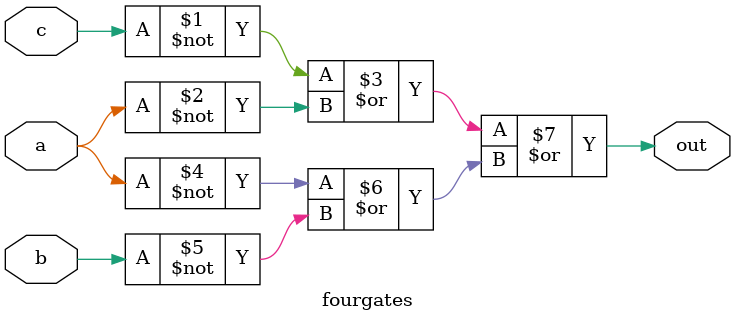
<source format=v>
`timescale 100fs/100fs
module fourgates (input a, input b, input c, output out);
  assign out = (~c | ~a) | (~a | ~b);
endmodule
</source>
